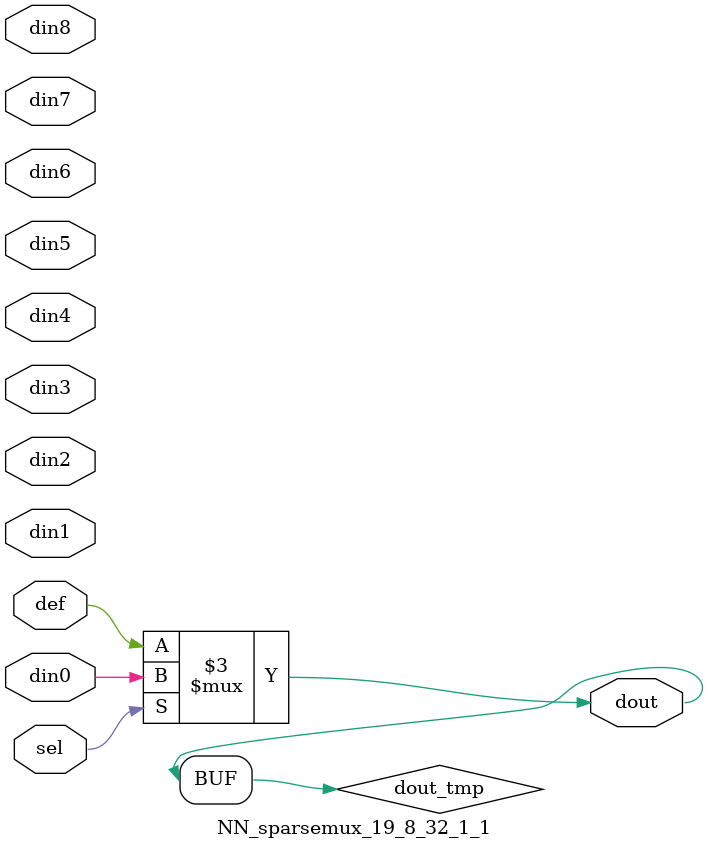
<source format=v>
`timescale 1ns / 1ps

module NN_sparsemux_19_8_32_1_1 (din0,din1,din2,din3,din4,din5,din6,din7,din8,def,sel,dout);

parameter din0_WIDTH = 1;

parameter din1_WIDTH = 1;

parameter din2_WIDTH = 1;

parameter din3_WIDTH = 1;

parameter din4_WIDTH = 1;

parameter din5_WIDTH = 1;

parameter din6_WIDTH = 1;

parameter din7_WIDTH = 1;

parameter din8_WIDTH = 1;

parameter def_WIDTH = 1;
parameter sel_WIDTH = 1;
parameter dout_WIDTH = 1;

parameter [sel_WIDTH-1:0] CASE0 = 1;

parameter [sel_WIDTH-1:0] CASE1 = 1;

parameter [sel_WIDTH-1:0] CASE2 = 1;

parameter [sel_WIDTH-1:0] CASE3 = 1;

parameter [sel_WIDTH-1:0] CASE4 = 1;

parameter [sel_WIDTH-1:0] CASE5 = 1;

parameter [sel_WIDTH-1:0] CASE6 = 1;

parameter [sel_WIDTH-1:0] CASE7 = 1;

parameter [sel_WIDTH-1:0] CASE8 = 1;

parameter ID = 1;
parameter NUM_STAGE = 1;



input [din0_WIDTH-1:0] din0;

input [din1_WIDTH-1:0] din1;

input [din2_WIDTH-1:0] din2;

input [din3_WIDTH-1:0] din3;

input [din4_WIDTH-1:0] din4;

input [din5_WIDTH-1:0] din5;

input [din6_WIDTH-1:0] din6;

input [din7_WIDTH-1:0] din7;

input [din8_WIDTH-1:0] din8;

input [def_WIDTH-1:0] def;
input [sel_WIDTH-1:0] sel;

output [dout_WIDTH-1:0] dout;



reg [dout_WIDTH-1:0] dout_tmp;


always @ (*) begin
(* parallel_case *) case (sel)
    
    CASE0 : dout_tmp = din0;
    
    CASE1 : dout_tmp = din1;
    
    CASE2 : dout_tmp = din2;
    
    CASE3 : dout_tmp = din3;
    
    CASE4 : dout_tmp = din4;
    
    CASE5 : dout_tmp = din5;
    
    CASE6 : dout_tmp = din6;
    
    CASE7 : dout_tmp = din7;
    
    CASE8 : dout_tmp = din8;
    
    default : dout_tmp = def;
endcase
end


assign dout = dout_tmp;



endmodule

</source>
